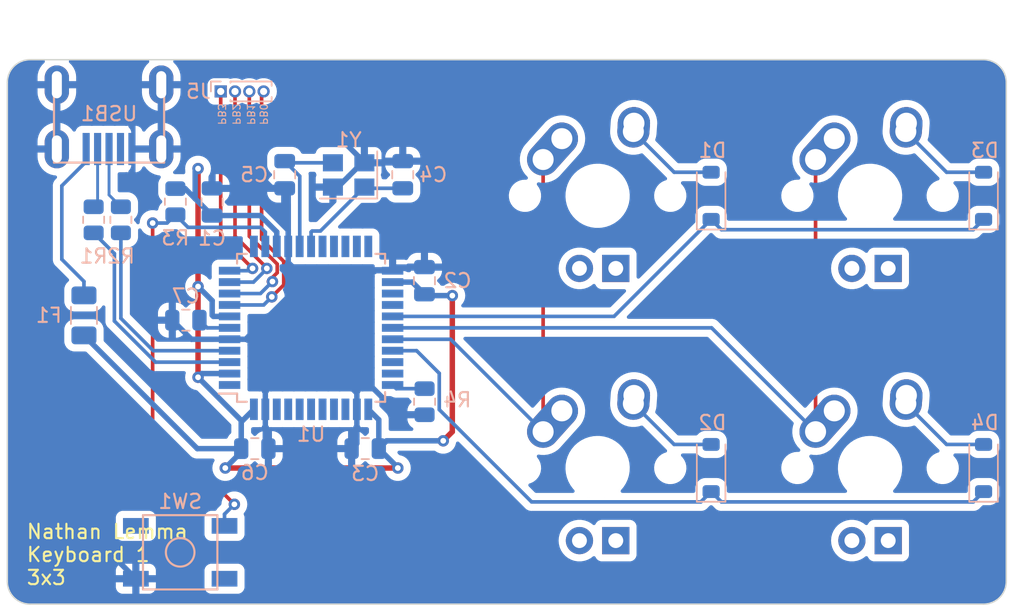
<source format=kicad_pcb>
(kicad_pcb (version 20221018) (generator pcbnew)
  (layers (0 "F.Cu" signal) (31 "B.Cu" signal) (34 "B.Paste" user) (35 "F.Paste" user) (36 "B.SilkS" user "B.Silkscreen") (37 "F.SilkS" user "F.Silkscreen") (38 "B.Mask" user) (39 "F.Mask" user) (44 "Edge.Cuts" user))
  (net 0 "")
  (net 1 "+5V")
  (net 2 "GND")
  (net 3 "Net-(U1-XTAL1)")
  (net 4 "Net-(U1-XTAL2)")
  (net 5 "Net-(U1-UCAP)")
  (net 6 "ROW0")
  (net 7 "Net-(D1-A)")
  (net 8 "ROW1")
  (net 9 "Net-(D2-A)")
  (net 10 "Net-(D3-A)")
  (net 11 "Net-(D4-A)")
  (net 12 "Net-(USB1-VBUS)")
  (net 13 "COL0")
  (net 14 "COL1")
  (net 15 "D-")
  (net 16 "Net-(U1-D-)")
  (net 17 "D+")
  (net 18 "Net-(U1-D+)")
  (net 19 "Net-(U1-~{RESET})")
  (net 20 "Net-(U1-~{HWB}{slash}PE2)")
  (net 40 "Net-(J5-Pin_1)")
  (net 41 "Net-(J5-Pin_2)")
  (net 42 "Net-(J5-Pin_3)")
  (net 43 "Net-(J5-Pin_4)")
  (footprint "MX_Alps_Hybrid:MX-1U" (layer "F.Cu") (at 97.865 57.225)
    (fp_text reference "MX3")
    (fp_text value "MX-NoLED")
    (pad "" np_thru_hole circle (at -5.08 0 48.0996) (size 1.75 1.75) (drill 1.75) (layers "*.Cu" "*.Mask"))
    (pad "" np_thru_hole circle (at 0 0) (size 3.9878 3.9878) (drill 3.9878) (layers "*.Cu" "*.Mask"))
    (pad "" np_thru_hole circle (at 5.08 0 48.0996) (size 1.75 1.75) (drill 1.75) (layers "*.Cu" "*.Mask"))
    (pad "1" thru_hole oval (at -3.81 -2.54 48.0996) (size 4.211556 2.25) (drill 1.47 (offset 0.980778 0)) (layers "*.Cu" "B.Mask") (net 14 "COL1"))
    (pad "1" thru_hole circle (at -2.5 -4) (size 2.25 2.25) (drill 1.47) (layers "*.Cu" "B.Mask") (net 14 "COL1"))
    (pad "2" thru_hole oval (at 2.5 -4.5 86.0548) (size 2.831378 2.25) (drill 1.47 (offset 0.290689 0)) (layers "*.Cu" "B.Mask") (net 10 "Net-(D3-A)"))
    (pad "2" thru_hole circle (at 2.54 -5.08) (size 2.25 2.25) (drill 1.47) (layers "*.Cu" "B.Mask") (net 10 "Net-(D3-A)"))
    (pad "3" thru_hole circle (at -1.27 5.08) (size 1.905 1.905) (drill 1.04) (layers "*.Cu" "B.Mask"))
    (pad "4" thru_hole rect (at 1.27 5.08) (size 1.905 1.905) (drill 1.04) (layers "*.Cu" "B.Mask"))
  )
  (footprint "MX_Alps_Hybrid:MX-1U" (layer "F.Cu") (at 78.815 57.225)
    (fp_text reference "MX1")
    (fp_text value "MX-NoLED")
    (pad "" np_thru_hole circle (at -5.08 0 48.0996) (size 1.75 1.75) (drill 1.75) (layers "*.Cu" "*.Mask"))
    (pad "" np_thru_hole circle (at 0 0) (size 3.9878 3.9878) (drill 3.9878) (layers "*.Cu" "*.Mask"))
    (pad "" np_thru_hole circle (at 5.08 0 48.0996) (size 1.75 1.75) (drill 1.75) (layers "*.Cu" "*.Mask"))
    (pad "1" thru_hole oval (at -3.81 -2.54 48.0996) (size 4.211556 2.25) (drill 1.47 (offset 0.980778 0)) (layers "*.Cu" "B.Mask") (net 13 "COL0"))
    (pad "1" thru_hole circle (at -2.5 -4) (size 2.25 2.25) (drill 1.47) (layers "*.Cu" "B.Mask") (net 13 "COL0"))
    (pad "2" thru_hole oval (at 2.5 -4.5 86.0548) (size 2.831378 2.25) (drill 1.47 (offset 0.290689 0)) (layers "*.Cu" "B.Mask") (net 7 "Net-(D1-A)"))
    (pad "2" thru_hole circle (at 2.54 -5.08) (size 2.25 2.25) (drill 1.47) (layers "*.Cu" "B.Mask") (net 7 "Net-(D1-A)"))
    (pad "3" thru_hole circle (at -1.27 5.08) (size 1.905 1.905) (drill 1.04) (layers "*.Cu" "B.Mask"))
    (pad "4" thru_hole rect (at 1.27 5.08) (size 1.905 1.905) (drill 1.04) (layers "*.Cu" "B.Mask"))
  )
  (footprint "MX_Alps_Hybrid:MX-1U" (layer "F.Cu") (at 78.815 76.275)
    (fp_text reference "MX2")
    (fp_text value "MX-NoLED")
    (pad "" np_thru_hole circle (at -5.08 0 48.0996) (size 1.75 1.75) (drill 1.75) (layers "*.Cu" "*.Mask"))
    (pad "" np_thru_hole circle (at 0 0) (size 3.9878 3.9878) (drill 3.9878) (layers "*.Cu" "*.Mask"))
    (pad "" np_thru_hole circle (at 5.08 0 48.0996) (size 1.75 1.75) (drill 1.75) (layers "*.Cu" "*.Mask"))
    (pad "1" thru_hole oval (at -3.81 -2.54 48.0996) (size 4.211556 2.25) (drill 1.47 (offset 0.980778 0)) (layers "*.Cu" "B.Mask") (net 13 "COL0"))
    (pad "1" thru_hole circle (at -2.5 -4) (size 2.25 2.25) (drill 1.47) (layers "*.Cu" "B.Mask") (net 13 "COL0"))
    (pad "2" thru_hole oval (at 2.5 -4.5 86.0548) (size 2.831378 2.25) (drill 1.47 (offset 0.290689 0)) (layers "*.Cu" "B.Mask") (net 9 "Net-(D2-A)"))
    (pad "2" thru_hole circle (at 2.54 -5.08) (size 2.25 2.25) (drill 1.47) (layers "*.Cu" "B.Mask") (net 9 "Net-(D2-A)"))
    (pad "3" thru_hole circle (at -1.27 5.08) (size 1.905 1.905) (drill 1.04) (layers "*.Cu" "B.Mask"))
    (pad "4" thru_hole rect (at 1.27 5.08) (size 1.905 1.905) (drill 1.04) (layers "*.Cu" "B.Mask"))
  )
  (footprint "MX_Alps_Hybrid:MX-1U" (layer "F.Cu") (at 97.865 76.275)
    (fp_text reference "MX4")
    (fp_text value "MX-NoLED")
    (pad "" np_thru_hole circle (at -5.08 0 48.0996) (size 1.75 1.75) (drill 1.75) (layers "*.Cu" "*.Mask"))
    (pad "" np_thru_hole circle (at 0 0) (size 3.9878 3.9878) (drill 3.9878) (layers "*.Cu" "*.Mask"))
    (pad "" np_thru_hole circle (at 5.08 0 48.0996) (size 1.75 1.75) (drill 1.75) (layers "*.Cu" "*.Mask"))
    (pad "1" thru_hole oval (at -3.81 -2.54 48.0996) (size 4.211556 2.25) (drill 1.47 (offset 0.980778 0)) (layers "*.Cu" "B.Mask") (net 14 "COL1"))
    (pad "1" thru_hole circle (at -2.5 -4) (size 2.25 2.25) (drill 1.47) (layers "*.Cu" "B.Mask") (net 14 "COL1"))
    (pad "2" thru_hole oval (at 2.5 -4.5 86.0548) (size 2.831378 2.25) (drill 1.47 (offset 0.290689 0)) (layers "*.Cu" "B.Mask") (net 11 "Net-(D4-A)"))
    (pad "2" thru_hole circle (at 2.54 -5.08) (size 2.25 2.25) (drill 1.47) (layers "*.Cu" "B.Mask") (net 11 "Net-(D4-A)"))
    (pad "3" thru_hole circle (at -1.27 5.08) (size 1.905 1.905) (drill 1.04) (layers "*.Cu" "B.Mask"))
    (pad "4" thru_hole rect (at 1.27 5.08) (size 1.905 1.905) (drill 1.04) (layers "*.Cu" "B.Mask"))
  )
  (footprint "random-keyboard-parts:Molex-0548190589" (layer "B.Cu") (at 44.652 49.45 -90)
    (fp_text reference "USB1" (at 2.032 0) (layer "B.SilkS") (effects (justify mirror)))
    (fp_text value "Molex-0548190589")
    (fp_line (start 0 -3.85) (end 5.45 -3.85) (stroke (width 0.15)) (layer "B.SilkS"))
    (fp_line (start 0 3.85) (end 5.45 3.85) (stroke (width 0.15)) (layer "B.SilkS"))
    (fp_line (start 5.45 3.85) (end 5.45 -3.85) (stroke (width 0.15)) (layer "B.SilkS"))
    (pad "1" smd rect (at 4.5 -1.6 270) (size 2.25 0.5) (layers "B.Cu" "B.Paste" "B.Mask") (net 2 "GND"))
    (pad "2" smd rect (at 4.5 -0.8 270) (size 2.25 0.5) (layers "B.Cu" "B.Paste" "B.Mask"))
    (pad "3" smd rect (at 4.5 0 270) (size 2.25 0.5) (layers "B.Cu" "B.Paste" "B.Mask") (net 17 "D+"))
    (pad "4" smd rect (at 4.5 0.8 270) (size 2.25 0.5) (layers "B.Cu" "B.Paste" "B.Mask") (net 15 "D-"))
    (pad "5" smd rect (at 4.5 1.6 270) (size 2.25 0.5) (layers "B.Cu" "B.Paste" "B.Mask") (net 12 "Net-(USB1-VBUS)"))
    (pad "6" thru_hole oval (at 0 -3.65 270) (size 2.7 1.7) (drill oval 1.9 0.7) (layers "*.Cu" "*.Mask") (net 2 "GND"))
    (pad "6" thru_hole oval (at 0 3.65 270) (size 2.7 1.7) (drill oval 1.9 0.7) (layers "*.Cu" "*.Mask") (net 2 "GND"))
    (pad "6" thru_hole oval (at 4.5 -3.65 270) (size 2.7 1.7) (drill oval 1.9 0.7) (layers "*.Cu" "*.Mask") (net 2 "GND"))
    (pad "6" thru_hole oval (at 4.5 3.65 270) (size 2.7 1.7) (drill oval 1.9 0.7) (layers "*.Cu" "*.Mask") (net 2 "GND"))
  )
  (footprint "Capacitor_SMD:C_0805_2012Metric" (layer "B.Cu") (at 54.844 74.9195)
    (fp_text reference "C6" (at 0 1.68) (layer "B.SilkS") (effects (justify mirror)))
    (fp_text value "10uF")
    (fp_line (start -0.261252 -0.735) (end 0.261252 -0.735) (stroke (width 0.12)) (layer "B.SilkS"))
    (fp_line (start -0.261252 0.735) (end 0.261252 0.735) (stroke (width 0.12)) (layer "B.SilkS"))
    (pad "1" smd roundrect (at -0.95 0) (size 1 1.45) (layers "B.Cu" "B.Paste" "B.Mask") (net 1 "+5V"))
    (pad "2" smd roundrect (at 0.95 0) (size 1 1.45) (layers "B.Cu" "B.Paste" "B.Mask") (net 2 "GND"))
  )
  (footprint "Resistor_SMD:R_0805_2012Metric" (layer "B.Cu") (at 45.48 58.905 -90)
    (fp_text reference "R2" (at 2.54 0 180) (layer "B.SilkS") (effects (justify mirror)))
    (fp_text value "22")
    (fp_line (start -0.227064 -0.735) (end 0.227064 -0.735) (stroke (width 0.12)) (layer "B.SilkS"))
    (fp_line (start -0.227064 0.735) (end 0.227064 0.735) (stroke (width 0.12)) (layer "B.SilkS"))
    (pad "1" smd roundrect (at -0.9125 0 270) (size 1.025 1.4) (layers "B.Cu" "B.Paste" "B.Mask") (roundrect_rratio 0.243902439) (net 17 "D+"))
    (pad "2" smd roundrect (at 0.9125 0 270) (size 1.025 1.4) (layers "B.Cu" "B.Paste" "B.Mask") (roundrect_rratio 0.243902439) (net 18 "Net-(U1-D+)"))
  )
  (footprint "Resistor_SMD:R_0805_2012Metric" (layer "B.Cu") (at 49.29 57.635 -90)
    (fp_text reference "R3" (at 2.54 0) (layer "B.SilkS") (effects (justify mirror)))
    (fp_text value "10k")
    (fp_line (start -0.227064 -0.735) (end 0.227064 -0.735) (stroke (width 0.12)) (layer "B.SilkS"))
    (fp_line (start -0.227064 0.735) (end 0.227064 0.735) (stroke (width 0.12)) (layer "B.SilkS"))
    (pad "1" smd roundrect (at -0.9125 0 270) (size 1.025 1.4) (layers "B.Cu" "B.Paste" "B.Mask") (roundrect_rratio 0.243902439) (net 1 "+5V"))
    (pad "2" smd roundrect (at 0.9125 0 270) (size 1.025 1.4) (layers "B.Cu" "B.Paste" "B.Mask") (roundrect_rratio 0.243902439) (net 19 "Net-(U1-~{RESET})"))
  )
  (footprint "Resistor_SMD:R_0805_2012Metric" (layer "B.Cu") (at 43.575 58.905 -90)
    (fp_text reference "R1" (at 2.54 0) (layer "B.SilkS") (effects (justify mirror)))
    (fp_text value "22")
    (fp_line (start -0.227064 -0.735) (end 0.227064 -0.735) (stroke (width 0.12)) (layer "B.SilkS"))
    (fp_line (start -0.227064 0.735) (end 0.227064 0.735) (stroke (width 0.12)) (layer "B.SilkS"))
    (pad "1" smd roundrect (at -0.9125 0 270) (size 1.025 1.4) (layers "B.Cu" "B.Paste" "B.Mask") (roundrect_rratio 0.243902439) (net 15 "D-"))
    (pad "2" smd roundrect (at 0.9125 0 270) (size 1.025 1.4) (layers "B.Cu" "B.Paste" "B.Mask") (roundrect_rratio 0.243902439) (net 16 "Net-(U1-D-)"))
  )
  (footprint "Diode_SMD:D_SOD-123" (layer "B.Cu") (at 105.8025 57.225 90)
    (fp_text reference "D3" (at 3.175 0.095 180) (layer "B.SilkS") (effects (justify mirror)))
    (fp_text value "D_Small")
    (fp_line (start -2.36 -1) (end 1.65 -1) (stroke (width 0.12)) (layer "B.SilkS"))
    (fp_line (start -2.36 1) (end -2.36 -1) (stroke (width 0.12)) (layer "B.SilkS"))
    (fp_line (start -2.36 1) (end 1.65 1) (stroke (width 0.12)) (layer "B.SilkS"))
    (pad "1" smd roundrect (at -1.65 0 90) (size 0.9 1.2) (layers "B.Cu" "B.Paste" "B.Mask") (net 6 "ROW0"))
    (pad "2" smd roundrect (at 1.65 0 90) (size 0.9 1.2) (layers "B.Cu" "B.Paste" "B.Mask") (net 10 "Net-(D3-A)"))
  )
  (footprint "Diode_SMD:D_SOD-123" (layer "B.Cu") (at 86.7525 57.225 90)
    (fp_text reference "D1" (at 3.175 0.095 180) (layer "B.SilkS") (effects (justify mirror)))
    (fp_text value "D_Small")
    (fp_line (start -2.36 -1) (end 1.65 -1) (stroke (width 0.12)) (layer "B.SilkS"))
    (fp_line (start -2.36 1) (end -2.36 -1) (stroke (width 0.12)) (layer "B.SilkS"))
    (fp_line (start -2.36 1) (end 1.65 1) (stroke (width 0.12)) (layer "B.SilkS"))
    (pad "1" smd roundrect (at -1.65 0 90) (size 0.9 1.2) (layers "B.Cu" "B.Paste" "B.Mask") (net 6 "ROW0"))
    (pad "2" smd roundrect (at 1.65 0 90) (size 0.9 1.2) (layers "B.Cu" "B.Paste" "B.Mask") (net 7 "Net-(D1-A)"))
  )
  (footprint "Capacitor_SMD:C_0805_2012Metric" (layer "B.Cu") (at 50.02375 65.928 180)
    (fp_text reference "C7" (at 0 1.68) (layer "B.SilkS") (effects (justify mirror)))
    (fp_text value "1uF")
    (fp_line (start -0.261252 -0.735) (end 0.261252 -0.735) (stroke (width 0.12)) (layer "B.SilkS"))
    (fp_line (start -0.261252 0.735) (end 0.261252 0.735) (stroke (width 0.12)) (layer "B.SilkS"))
    (pad "1" smd roundrect (at -0.95 0 180) (size 1 1.45) (layers "B.Cu" "B.Paste" "B.Mask") (net 5 "Net-(U1-UCAP)"))
    (pad "2" smd roundrect (at 0.95 0 180) (size 1 1.45) (layers "B.Cu" "B.Paste" "B.Mask") (net 2 "GND"))
  )
  (footprint "Capacitor_SMD:C_0805_2012Metric" (layer "B.Cu") (at 66.706 63.16525 90)
    (fp_text reference "C2" (at 0 2.315 180) (layer "B.SilkS") (effects (justify mirror)))
    (fp_text value ".1uF")
    (fp_line (start -0.261252 -0.735) (end 0.261252 -0.735) (stroke (width 0.12)) (layer "B.SilkS"))
    (fp_line (start -0.261252 0.735) (end 0.261252 0.735) (stroke (width 0.12)) (layer "B.SilkS"))
    (pad "1" smd roundrect (at -0.95 0 90) (size 1 1.45) (layers "B.Cu" "B.Paste" "B.Mask") (net 1 "+5V"))
    (pad "2" smd roundrect (at 0.95 0 90) (size 1 1.45) (layers "B.Cu" "B.Paste" "B.Mask") (net 2 "GND"))
  )
  (footprint "Capacitor_SMD:C_0805_2012Metric" (layer "B.Cu") (at 65.19 55.75 -90)
    (fp_text reference "C4" (at 0 -2.13 -180) (layer "B.SilkS") (effects (justify mirror)))
    (fp_text value "22pF")
    (fp_line (start -0.261252 -0.735) (end 0.261252 -0.735) (stroke (width 0.12)) (layer "B.SilkS"))
    (fp_line (start -0.261252 0.735) (end 0.261252 0.735) (stroke (width 0.12)) (layer "B.SilkS"))
    (pad "1" smd roundrect (at -0.95 0 270) (size 1 1.45) (layers "B.Cu" "B.Paste" "B.Mask") (net 2 "GND"))
    (pad "2" smd roundrect (at 0.95 0 270) (size 1 1.45) (layers "B.Cu" "B.Paste" "B.Mask") (net 3 "Net-(U1-XTAL1)"))
  )
  (footprint "Crystal:Crystal_SMD_3225-4Pin_3.2x2.5mm" (layer "B.Cu") (at 61.405368 55.765268 180)
    (fp_text reference "Y1" (at 0 2.45) (layer "B.SilkS") (effects (justify mirror)))
    (fp_text value "16MHz")
    (fp_line (start -2 -1.65) (end 2 -1.65) (stroke (width 0.12)) (layer "B.SilkS"))
    (fp_line (start -2 1.65) (end -2 -1.65) (stroke (width 0.12)) (layer "B.SilkS"))
    (pad "1" smd rect (at -1.1 -0.85 180) (size 1.4 1.2) (layers "B.Cu" "B.Paste" "B.Mask") (net 3 "Net-(U1-XTAL1)"))
    (pad "2" smd rect (at 1.1 -0.85 180) (size 1.4 1.2) (layers "B.Cu" "B.Paste" "B.Mask") (net 2 "GND"))
    (pad "3" smd rect (at 1.1 0.85 180) (size 1.4 1.2) (layers "B.Cu" "B.Paste" "B.Mask") (net 4 "Net-(U1-XTAL2)"))
    (pad "4" smd rect (at -1.1 0.85 180) (size 1.4 1.2) (layers "B.Cu" "B.Paste" "B.Mask") (net 2 "GND"))
  )
  (footprint "Package_QFP:TQFP-44_10x10mm_P0.8mm" (layer "B.Cu") (at 58.78 66.465)
    (fp_text reference "U1" (at 0 7.45) (layer "B.SilkS") (effects (justify mirror)))
    (fp_text value "ATmega32U4-A")
    (fp_line (start -5.175 -5.175) (end -5.175 -4.5) (stroke (width 0.15)) (layer "B.SilkS"))
    (fp_line (start -5.175 -5.175) (end -4.5 -5.175) (stroke (width 0.15)) (layer "B.SilkS"))
    (fp_line (start -5.175 4.6) (end -6.45 4.6) (stroke (width 0.15)) (layer "B.SilkS"))
    (fp_line (start -5.175 5.175) (end -5.175 4.6) (stroke (width 0.15)) (layer "B.SilkS"))
    (fp_line (start -5.175 5.175) (end -4.5 5.175) (stroke (width 0.15)) (layer "B.SilkS"))
    (fp_line (start 5.175 -5.175) (end 4.5 -5.175) (stroke (width 0.15)) (layer "B.SilkS"))
    (fp_line (start 5.175 -5.175) (end 5.175 -4.5) (stroke (width 0.15)) (layer "B.SilkS"))
    (fp_line (start 5.175 5.175) (end 4.5 5.175) (stroke (width 0.15)) (layer "B.SilkS"))
    (fp_line (start 5.175 5.175) (end 5.175 4.5) (stroke (width 0.15)) (layer "B.SilkS"))
    (pad "1" smd rect (at -5.7 4) (size 1.5 0.55) (layers "B.Cu" "B.Paste" "B.Mask"))
    (pad "2" smd rect (at -5.7 3.2) (size 1.5 0.55) (layers "B.Cu" "B.Paste" "B.Mask") (net 1 "+5V"))
    (pad "3" smd rect (at -5.7 2.4) (size 1.5 0.55) (layers "B.Cu" "B.Paste" "B.Mask") (net 16 "Net-(U1-D-)"))
    (pad "4" smd rect (at -5.7 1.6) (size 1.5 0.55) (layers "B.Cu" "B.Paste" "B.Mask") (net 18 "Net-(U1-D+)"))
    (pad "5" smd rect (at -5.7 0.8) (size 1.5 0.55) (layers "B.Cu" "B.Paste" "B.Mask") (net 2 "GND"))
    (pad "6" smd rect (at -5.7 0) (size 1.5 0.55) (layers "B.Cu" "B.Paste" "B.Mask") (net 5 "Net-(U1-UCAP)"))
    (pad "7" smd rect (at -5.7 -0.8) (size 1.5 0.55) (layers "B.Cu" "B.Paste" "B.Mask") (net 1 "+5V"))
    (pad "8" smd rect (at -5.7 -1.6) (size 1.5 0.55) (layers "B.Cu" "B.Paste" "B.Mask") (net 43 "Net-(J5-Pin_4)"))
    (pad "9" smd rect (at -5.7 -2.4) (size 1.5 0.55) (layers "B.Cu" "B.Paste" "B.Mask") (net 42 "Net-(J5-Pin_3)"))
    (pad "10" smd rect (at -5.7 -3.2) (size 1.5 0.55) (layers "B.Cu" "B.Paste" "B.Mask") (net 41 "Net-(J5-Pin_2)"))
    (pad "11" smd rect (at -5.7 -4) (size 1.5 0.55) (layers "B.Cu" "B.Paste" "B.Mask") (net 40 "Net-(J5-Pin_1)"))
    (pad "12" smd rect (at -4 -5.7 270) (size 1.5 0.55) (layers "B.Cu" "B.Paste" "B.Mask"))
    (pad "13" smd rect (at -3.2 -5.7 270) (size 1.5 0.55) (layers "B.Cu" "B.Paste" "B.Mask") (net 19 "Net-(U1-~{RESET})"))
    (pad "14" smd rect (at -2.4 -5.7 270) (size 1.5 0.55) (layers "B.Cu" "B.Paste" "B.Mask") (net 1 "+5V"))
    (pad "15" smd rect (at -1.6 -5.7 270) (size 1.5 0.55) (layers "B.Cu" "B.Paste" "B.Mask") (net 2 "GND"))
    (pad "16" smd rect (at -0.8 -5.7 270) (size 1.5 0.55) (layers "B.Cu" "B.Paste" "B.Mask") (net 4 "Net-(U1-XTAL2)"))
    (pad "17" smd rect (at 0 -5.7 270) (size 1.5 0.55) (layers "B.Cu" "B.Paste" "B.Mask") (net 3 "Net-(U1-XTAL1)"))
    (pad "18" smd rect (at 0.8 -5.7 270) (size 1.5 0.55) (layers "B.Cu" "B.Paste" "B.Mask"))
    (pad "19" smd rect (at 1.6 -5.7 270) (size 1.5 0.55) (layers "B.Cu" "B.Paste" "B.Mask"))
    (pad "20" smd rect (at 2.4 -5.7 270) (size 1.5 0.55) (layers "B.Cu" "B.Paste" "B.Mask"))
    (pad "21" smd rect (at 3.2 -5.7 270) (size 1.5 0.55) (layers "B.Cu" "B.Paste" "B.Mask"))
    (pad "22" smd rect (at 4 -5.7 270) (size 1.5 0.55) (layers "B.Cu" "B.Paste" "B.Mask"))
    (pad "23" smd rect (at 5.7 -4) (size 1.5 0.55) (layers "B.Cu" "B.Paste" "B.Mask") (net 2 "GND"))
    (pad "24" smd rect (at 5.7 -3.2) (size 1.5 0.55) (layers "B.Cu" "B.Paste" "B.Mask") (net 1 "+5V"))
    (pad "25" smd rect (at 5.7 -2.4) (size 1.5 0.55) (layers "B.Cu" "B.Paste" "B.Mask"))
    (pad "26" smd rect (at 5.7 -1.6) (size 1.5 0.55) (layers "B.Cu" "B.Paste" "B.Mask"))
    (pad "27" smd rect (at 5.7 -0.8) (size 1.5 0.55) (layers "B.Cu" "B.Paste" "B.Mask") (net 6 "ROW0"))
    (pad "28" smd rect (at 5.7 0) (size 1.5 0.55) (layers "B.Cu" "B.Paste" "B.Mask") (net 14 "COL1"))
    (pad "29" smd rect (at 5.7 0.8) (size 1.5 0.55) (layers "B.Cu" "B.Paste" "B.Mask") (net 13 "COL0"))
    (pad "30" smd rect (at 5.7 1.6) (size 1.5 0.55) (layers "B.Cu" "B.Paste" "B.Mask") (net 8 "ROW1"))
    (pad "31" smd rect (at 5.7 2.4) (size 1.5 0.55) (layers "B.Cu" "B.Paste" "B.Mask"))
    (pad "32" smd rect (at 5.7 3.2) (size 1.5 0.55) (layers "B.Cu" "B.Paste" "B.Mask"))
    (pad "33" smd rect (at 5.7 4) (size 1.5 0.55) (layers "B.Cu" "B.Paste" "B.Mask") (net 20 "Net-(U1-~{HWB}{slash}PE2)"))
    (pad "34" smd rect (at 4 5.7 270) (size 1.5 0.55) (layers "B.Cu" "B.Paste" "B.Mask") (net 1 "+5V"))
    (pad "35" smd rect (at 3.2 5.7 270) (size 1.5 0.55) (layers "B.Cu" "B.Paste" "B.Mask") (net 2 "GND"))
    (pad "36" smd rect (at 2.4 5.7 270) (size 1.5 0.55) (layers "B.Cu" "B.Paste" "B.Mask"))
    (pad "37" smd rect (at 1.6 5.7 270) (size 1.5 0.55) (layers "B.Cu" "B.Paste" "B.Mask"))
    (pad "38" smd rect (at 0.8 5.7 270) (size 1.5 0.55) (layers "B.Cu" "B.Paste" "B.Mask"))
    (pad "39" smd rect (at 0 5.7 270) (size 1.5 0.55) (layers "B.Cu" "B.Paste" "B.Mask"))
    (pad "40" smd rect (at -0.8 5.7 270) (size 1.5 0.55) (layers "B.Cu" "B.Paste" "B.Mask"))
    (pad "41" smd rect (at -1.6 5.7 270) (size 1.5 0.55) (layers "B.Cu" "B.Paste" "B.Mask"))
    (pad "42" smd rect (at -2.4 5.7 270) (size 1.5 0.55) (layers "B.Cu" "B.Paste" "B.Mask"))
    (pad "43" smd rect (at -3.2 5.7 270) (size 1.5 0.55) (layers "B.Cu" "B.Paste" "B.Mask") (net 2 "GND"))
    (pad "44" smd rect (at -4 5.7 270) (size 1.5 0.55) (layers "B.Cu" "B.Paste" "B.Mask") (net 1 "+5V"))
  )
  (footprint "Capacitor_SMD:C_0805_2012Metric" (layer "B.Cu") (at 62.565 74.91525 180)
    (fp_text reference "C3" (at 0 -1.749) (layer "B.SilkS") (effects (justify mirror)))
    (fp_text value ".1uF")
    (fp_line (start -0.261252 -0.735) (end 0.261252 -0.735) (stroke (width 0.12)) (layer "B.SilkS"))
    (fp_line (start -0.261252 0.735) (end 0.261252 0.735) (stroke (width 0.12)) (layer "B.SilkS"))
    (pad "1" smd roundrect (at -0.95 0 180) (size 1 1.45) (layers "B.Cu" "B.Paste" "B.Mask") (net 1 "+5V"))
    (pad "2" smd roundrect (at 0.95 0 180) (size 1 1.45) (layers "B.Cu" "B.Paste" "B.Mask") (net 2 "GND"))
  )
  (footprint "Resistor_SMD:R_0805_2012Metric" (layer "B.Cu") (at 66.71575 71.634 -90)
    (fp_text reference "R4" (at -0.127 -2.287 -180) (layer "B.SilkS") (effects (justify mirror)))
    (fp_text value "10k")
    (fp_line (start -0.227064 -0.735) (end 0.227064 -0.735) (stroke (width 0.12)) (layer "B.SilkS"))
    (fp_line (start -0.227064 0.735) (end 0.227064 0.735) (stroke (width 0.12)) (layer "B.SilkS"))
    (pad "1" smd roundrect (at -0.9125 0 270) (size 1.025 1.4) (layers "B.Cu" "B.Paste" "B.Mask") (roundrect_rratio 0.243902439) (net 20 "Net-(U1-~{HWB}{slash}PE2)"))
    (pad "2" smd roundrect (at 0.9125 0 270) (size 1.025 1.4) (layers "B.Cu" "B.Paste" "B.Mask") (roundrect_rratio 0.243902439) (net 2 "GND"))
  )
  (footprint "Connector_PinHeader_1.00mm:PinHeader_1x04_P1.00mm_Vertical" (layer "B.Cu") (at 52.46 49.92 -90)
    (fp_text reference "J5" (at 0 1.56 -180) (layer "B.SilkS") (effects (justify mirror)))
    (fp_text value "Conn_01x04_Pin")
    (fp_line (start -0.695 -3.56) (end -0.394493 -3.56) (stroke (width 0.12)) (layer "B.SilkS"))
    (fp_line (start -0.695 -0.685) (end -0.695 -3.56) (stroke (width 0.12)) (layer "B.SilkS"))
    (fp_line (start -0.695 -0.685) (end -0.608276 -0.685) (stroke (width 0.12)) (layer "B.SilkS"))
    (fp_line (start -0.695 0) (end -0.695 0.685) (stroke (width 0.12)) (layer "B.SilkS"))
    (fp_line (start -0.695 0.685) (end 0 0.685) (stroke (width 0.12)) (layer "B.SilkS"))
    (fp_line (start 0.394493 -3.56) (end 0.695 -3.56) (stroke (width 0.12)) (layer "B.SilkS"))
    (fp_line (start 0.608276 -0.685) (end 0.695 -0.685) (stroke (width 0.12)) (layer "B.SilkS"))
    (fp_line (start 0.695 -0.685) (end 0.695 -3.56) (stroke (width 0.12)) (layer "B.SilkS"))
    (pad "1" thru_hole rect (at 0 0 270) (size 0.85 0.85) (drill 0.5) (layers "*.Cu" "*.Mask") (net 40 "Net-(J5-Pin_1)"))
    (pad "2" thru_hole oval (at 0 -1 270) (size 0.85 0.85) (drill 0.5) (layers "*.Cu" "*.Mask") (net 41 "Net-(J5-Pin_2)"))
    (pad "3" thru_hole oval (at 0 -2 270) (size 0.85 0.85) (drill 0.5) (layers "*.Cu" "*.Mask") (net 42 "Net-(J5-Pin_3)"))
    (pad "4" thru_hole oval (at 0 -3 270) (size 0.85 0.85) (drill 0.5) (layers "*.Cu" "*.Mask") (net 43 "Net-(J5-Pin_4)"))
  )
  (footprint "Diode_SMD:D_SOD-123" (layer "B.Cu") (at 105.8025 76.275 90)
    (fp_text reference "D4" (at 3.175 0.095 180) (layer "B.SilkS") (effects (justify mirror)))
    (fp_text value "D_Small")
    (fp_line (start -2.36 -1) (end 1.65 -1) (stroke (width 0.12)) (layer "B.SilkS"))
    (fp_line (start -2.36 1) (end -2.36 -1) (stroke (width 0.12)) (layer "B.SilkS"))
    (fp_line (start -2.36 1) (end 1.65 1) (stroke (width 0.12)) (layer "B.SilkS"))
    (pad "1" smd roundrect (at -1.65 0 90) (size 0.9 1.2) (layers "B.Cu" "B.Paste" "B.Mask") (net 8 "ROW1"))
    (pad "2" smd roundrect (at 1.65 0 90) (size 0.9 1.2) (layers "B.Cu" "B.Paste" "B.Mask") (net 11 "Net-(D4-A)"))
  )
  (footprint "random-keyboard-parts:SKQG-1155865" (layer "B.Cu") (at 49.62644 82.17325 180)
    (fp_text reference "SW1" (at 0 3.556) (layer "B.SilkS") (effects (justify mirror)))
    (fp_text value "SW_Push")
    (fp_line (start -2.6 -2.6) (end -2.6 2.6) (stroke (width 0.15)) (layer "B.SilkS"))
    (fp_line (start -2.6 2.6) (end 2.6 2.6) (stroke (width 0.15)) (layer "B.SilkS"))
    (fp_line (start 2.6 -2.6) (end -2.6 -2.6) (stroke (width 0.15)) (layer "B.SilkS"))
    (fp_line (start 2.6 2.6) (end 2.6 -2.6) (stroke (width 0.15)) (layer "B.SilkS"))
    (fp_circle (center 0 0) (end 1 0) (stroke (width 0.15)) (fill none) (layer "B.SilkS"))
    (pad "1" smd rect (at 3.1 -1.85 180) (size 1.8 1.1) (layers "B.Cu" "B.Paste" "B.Mask") (net 2 "GND"))
    (pad "2" smd rect (at -3.1 1.85 180) (size 1.8 1.1) (layers "B.Cu" "B.Paste" "B.Mask") (net 19 "Net-(U1-~{RESET})"))
    (pad "3" smd rect (at 3.1 1.85 180) (size 1.8 1.1) (layers "B.Cu" "B.Paste" "B.Mask"))
    (pad "4" smd rect (at -3.1 -1.85 180) (size 1.8 1.1) (layers "B.Cu" "B.Paste" "B.Mask"))
  )
  (footprint "Capacitor_SMD:C_0805_2012Metric" (layer "B.Cu") (at 51.855 57.655 90)
    (fp_text reference "C1" (at -2.54 0 180) (layer "B.SilkS") (effects (justify mirror)))
    (fp_text value ".1uF")
    (fp_line (start -0.261252 -0.735) (end 0.261252 -0.735) (stroke (width 0.12)) (layer "B.SilkS"))
    (fp_line (start -0.261252 0.735) (end 0.261252 0.735) (stroke (width 0.12)) (layer "B.SilkS"))
    (pad "1" smd roundrect (at -0.95 0 90) (size 1 1.45) (layers "B.Cu" "B.Paste" "B.Mask") (net 1 "+5V"))
    (pad "2" smd roundrect (at 0.95 0 90) (size 1 1.45) (layers "B.Cu" "B.Paste" "B.Mask") (net 2 "GND"))
  )
  (footprint "Fuse:Fuse_1206_3216Metric" (layer "B.Cu") (at 42.89694 65.59375 -90)
    (fp_text reference "F1" (at 0 2.455 -180) (layer "B.SilkS") (effects (justify mirror)))
    (fp_text value "500mA")
    (fp_line (start -0.602064 -0.91) (end 0.602064 -0.91) (stroke (width 0.12)) (layer "B.SilkS"))
    (fp_line (start -0.602064 0.91) (end 0.602064 0.91) (stroke (width 0.12)) (layer "B.SilkS"))
    (pad "1" smd roundrect (at -1.4 0 270) (size 1.25 1.75) (layers "B.Cu" "B.Paste" "B.Mask") (roundrect_rratio 0.2) (net 12 "Net-(USB1-VBUS)"))
    (pad "2" smd roundrect (at 1.4 0 270) (size 1.25 1.75) (layers "B.Cu" "B.Paste" "B.Mask") (roundrect_rratio 0.2) (net 1 "+5V"))
  )
  (footprint "Diode_SMD:D_SOD-123" (layer "B.Cu") (at 86.7525 76.275 90)
    (fp_text reference "D2" (at 3.175 0.095 180) (layer "B.SilkS") (effects (justify mirror)))
    (fp_text value "D_Small")
    (fp_line (start -2.36 -1) (end 1.65 -1) (stroke (width 0.12)) (layer "B.SilkS"))
    (fp_line (start -2.36 1) (end -2.36 -1) (stroke (width 0.12)) (layer "B.SilkS"))
    (fp_line (start -2.36 1) (end 1.65 1) (stroke (width 0.12)) (layer "B.SilkS"))
    (pad "1" smd roundrect (at -1.65 0 90) (size 0.9 1.2) (layers "B.Cu" "B.Paste" "B.Mask") (net 8 "ROW1"))
    (pad "2" smd roundrect (at 1.65 0 90) (size 0.9 1.2) (layers "B.Cu" "B.Paste" "B.Mask") (net 9 "Net-(D2-A)"))
  )
  (footprint "Capacitor_SMD:C_0805_2012Metric" (layer "B.Cu") (at 56.935 55.75 90)
    (fp_text reference "C5" (at 0 -2.13 180) (layer "B.SilkS") (effects (justify mirror)))
    (fp_text value "22pF")
    (fp_line (start -0.261252 -0.735) (end 0.261252 -0.735) (stroke (width 0.12)) (layer "B.SilkS"))
    (fp_line (start -0.261252 0.735) (end 0.261252 0.735) (stroke (width 0.12)) (layer "B.SilkS"))
    (pad "1" smd roundrect (at -0.95 0 90) (size 1 1.45) (layers "B.Cu" "B.Paste" "B.Mask") (net 2 "GND"))
    (pad "2" smd roundrect (at 0.95 0 90) (size 1 1.45) (layers "B.Cu" "B.Paste" "B.Mask") (net 4 "Net-(U1-XTAL2)"))
  )
  (gr_arc (start 39.1275 85.8) (mid 38.004968 85.335032) (end 37.54 84.2125) (stroke (width 0.1)) (layer "Edge.Cuts"))
  (gr_arc (start 37.54 49.2875) (mid 38.004968 48.164968) (end 39.1275 47.7) (stroke (width 0.1)) (layer "Edge.Cuts"))
  (gr_arc (start 105.8025 47.7) (mid 106.925032 48.164968) (end 107.39 49.2875) (stroke (width 0.1)) (layer "Edge.Cuts"))
  (gr_line (start 107.39 84.2125) (end 107.39 49.2875) (stroke (width 0.1)) (layer "Edge.Cuts"))
  (gr_line (start 37.54 49.2875) (end 37.54 84.2125) (stroke (width 0.1)) (layer "Edge.Cuts"))
  (gr_arc (start 107.39 84.2125) (mid 106.925032 85.335032) (end 105.8025 85.8) (stroke (width 0.1)) (layer "Edge.Cuts"))
  (gr_line (start 39.1275 85.8) (end 105.8025 85.8) (stroke (width 0.1)) (layer "Edge.Cuts"))
  (gr_line (start 105.8025 47.7) (end 39.1275 47.7) (stroke (width 0.1)) (layer "Edge.Cuts"))
  (gr_text "PB0" (at 55.447 51.51 -90) (layer "B.SilkS") (effects (font (size 0.508 0.508) (thickness 0.0762)) (justify mirror)))
  (gr_text "PB1" (at 54.558 51.51 270) (layer "B.SilkS") (effects (font (size 0.508 0.508) (thickness 0.0762)) (justify mirror)))
  (gr_text "PB2" (at 53.542 51.51 270) (layer "B.SilkS") (effects (font (size 0.508 0.508) (thickness 0.0762)) (justify mirror)))
  (gr_text "PB3" (at 52.526 51.51 270) (layer "B.SilkS") (effects (font (size 0.508 0.508) (thickness 0.0762)) (justify mirror)))
  (gr_text "Nathan Lemma\nKeyboard 1\n3x3" (at 38.81 84.53) (layer "F.SilkS") (effects (font (size 1 1)) (justify left bottom)))
  (segment (start 50.875 63.575) (end 50.875 55.32) (width 0.381) (layer "F.Cu") (net 1))
  (segment (start 50.875 69.925) (end 50.875 63.575) (width 0.381) (layer "F.Cu") (net 1))
  (segment (start 68.655 73.735) (end 68.655 64.21) (width 0.381) (layer "F.Cu") (net 1))
  (segment (start 52.78 76.275) (end 64.845 76.275) (width 0.381) (layer "F.Cu") (net 1))
  (segment (start 68.02 74.37) (end 68.655 73.735) (width 0.381) (layer "F.Cu") (net 1))
  (via (at 50.875 63.575) (size 0.8) (drill 0.4) (layers "F.Cu" "B.Cu") (net 1))
  (via (at 50.875 69.925) (size 0.8) (drill 0.4) (layers "F.Cu" "B.Cu") (net 1))
  (via (at 68.02 74.37) (size 0.8) (drill 0.4) (layers "F.Cu" "B.Cu") (net 1))
  (via (at 68.655 64.21) (size 0.8) (drill 0.4) (layers "F.Cu" "B.Cu") (net 1))
  (via (at 64.845 76.275) (size 0.8) (drill 0.4) (layers "F.Cu" "B.Cu") (net 1))
  (via (at 52.78 76.275) (size 0.8) (drill 0.4) (layers "F.Cu" "B.Cu") (net 1))
  (via (at 50.875 55.32) (size 0.8) (drill 0.4) (layers "F.Cu" "B.Cu") (net 1))
  (segment (start 51.855 58.605) (end 55.226 58.605) (width 0.381) (layer "B.Cu") (net 1))
  (segment (start 49.9725 56.7225) (end 50.675 57.425) (width 0.381) (layer "B.Cu") (net 1))
  (segment (start 51.86425 64.56425) (end 50.875 63.575) (width 0.381) (layer "B.Cu") (net 1))
  (segment (start 66.80075 64.21) (end 66.706 64.11525) (width 0.381) (layer "B.Cu") (net 1))
  (segment (start 53.894 72.944) (end 50.875 69.925) (width 0.381) (layer "B.Cu") (net 1))
  (segment (start 64.06025 74.37) (end 68.02 74.37) (width 0.381) (layer "B.Cu") (net 1))
  (segment (start 53.894 75.161) (end 52.78 76.275) (width 0.381) (layer "B.Cu") (net 1))
  (segment (start 53.894 74.9195) (end 53.894 75.161) (width 0.381) (layer "B.Cu") (net 1))
  (segment (start 68.655 64.21) (end 66.80075 64.21) (width 0.381) (layer "B.Cu") (net 1))
  (segment (start 50.675 55.52) (end 50.675 57.425) (width 0.381) (layer "B.Cu") (net 1))
  (segment (start 64.845 76.275) (end 64.845 76.24525) (width 0.381) (layer "B.Cu") (net 1))
  (segment (start 53.08 65.665) (end 51.949 65.665) (width 0.381) (layer "B.Cu") (net 1))
  (segment (start 50.82269 74.9195) (end 53.894 74.9195) (width 0.381) (layer "B.Cu") (net 1))
  (segment (start 63.515 74.91525) (end 63.515 72.9) (width 0.381) (layer "B.Cu") (net 1))
  (segment (start 55.226 58.605) (end 56.38 59.759) (width 0.381) (layer "B.Cu") (net 1))
  (segment (start 49.925 56.7225) (end 49.9725 56.7225) (width 0.381) (layer "B.Cu") (net 1))
  (segment (start 53.08 69.665) (end 51.135 69.665) (width 0.381) (layer "B.Cu") (net 1))
  (segment (start 66.706 64.11525) (end 65.85575 63.265) (width 0.381) (layer "B.Cu") (net 1))
  (segment (start 51.135 69.665) (end 50.875 69.925) (width 0.381) (layer "B.Cu") (net 1))
  (segment (start 42.89694 66.99375) (end 50.82269 74.9195) (width 0.381) (layer "B.Cu") (net 1))
  (segment (start 53.894 74.9195) (end 53.894 72.944) (width 0.381) (layer "B.Cu") (net 1))
  (segment (start 65.85575 63.265) (end 64.48 63.265) (width 0.381) (layer "B.Cu") (net 1))
  (segment (start 63.515 72.9) (end 62.78 72.165) (width 0.381) (layer "B.Cu") (net 1))
  (segment (start 51.86425 65.58025) (end 51.86425 64.56425) (width 0.381) (layer "B.Cu") (net 1))
  (segment (start 50.675 57.425) (end 51.855 58.605) (width 0.381) (layer "B.Cu") (net 1))
  (segment (start 56.38 59.759) (end 56.38 60.765) (width 0.381) (layer "B.Cu") (net 1))
  (segment (start 53.894 74.9195) (end 53.894 73.051) (width 0.381) (layer "B.Cu") (net 1))
  (segment (start 51.949 65.665) (end 51.86425 65.58025) (width 0.381) (layer "B.Cu") (net 1))
  (segment (start 64.845 76.24525) (end 63.515 74.91525) (width 0.381) (layer "B.Cu") (net 1))
  (segment (start 50.875 55.32) (end 50.675 55.52) (width 0.381) (layer "B.Cu") (net 1))
  (segment (start 63.515 74.91525) (end 64.06025 74.37) (width 0.381) (layer "B.Cu") (net 1))
  (segment (start 53.894 73.051) (end 54.78 72.165) (width 0.381) (layer "B.Cu") (net 1))
  (segment (start 45.795 77.545) (end 55.32 77.545) (width 0.381) (layer "B.Cu") (net 2))
  (segment (start 66.706 62.21525) (end 64.72975 62.21525) (width 0.381) (layer "B.Cu") (net 2))
  (segment (start 61.410844 55.853871) (end 62.349447 54.915268) (width 0.381) (layer "B.Cu") (net 2))
  (segment (start 54.211 67.265) (end 54.388 67.088) (width 0.381) (layer "B.Cu") (net 2))
  (segment (start 64.72975 62.21525) (end 64.48 62.465) (width 0.381) (layer "B.Cu") (net 2))
  (segment (start 59.226 68.28) (end 55.58 68.28) (width 0.381) (layer "B.Cu") (net 2))
  (segment (start 53.08 67.265) (end 54.211 67.265) (width 0.381) (layer "B.Cu") (net 2))
  (segment (start 49.07375 65.928) (end 50.41075 67.265) (width 0.381) (layer "B.Cu") (net 2))
  (segment (start 43.255 80.085) (end 45.795 77.545) (width 0.381) (layer "B.Cu") (net 2))
  (segment (start 61.035 53.415) (end 55.955 53.415) (width 0.381) (layer "B.Cu") (net 2))
  (segment (start 57.749 63.727) (end 57.749 62.465) (width 0.381) (layer "B.Cu") (net 2))
  (segment (start 54.251 56.705) (end 57.18 59.634) (width 0.381) (layer "B.Cu") (net 2))
  (segment (start 54.388 67.088) (end 57.749 63.727) (width 0.381) (layer "B.Cu") (net 2))
  (segment (start 55.794 77.071) (end 55.794 74.9195) (width 0.381) (layer "B.Cu") (net 2))
  (segment (start 57.18 61.896) (end 57.749 62.465) (width 0.381) (layer "B.Cu") (net 2))
  (segment (start 55.32 54.05) (end 55.32 55.955) (width 0.381) (layer "B.Cu") (net 2))
  (segment (start 61.98 71.034) (end 61.2705 70.3245) (width 0.381) (layer "B.Cu") (net 2))
  (segment (start 57.749 62.465) (end 64.48 62.465) (width 0.381) (layer "B.Cu") (net 2))
  (segment (start 62.505368 54.885368) (end 61.035 53.415) (width 0.381) (layer "B.Cu") (net 2))
  (segment (start 43.255 80.75181) (end 43.255 80.085) (width 0.381) (layer "B.Cu") (net 2))
  (segment (start 61.2705 70.3245) (end 59.226 68.28) (width 0.381) (layer "B.Cu") (net 2))
  (segment (start 57.18 59.634) (end 57.18 60.765) (width 0.381) (layer "B.Cu") (net 2))
  (segment (start 46.52644 84.02325) (end 43.255 80.75181) (width 0.381) (layer "B.Cu") (net 2))
  (segment (start 62.349447 54.915268) (end 62.505368 54.915268) (width 0.381) (layer "B.Cu") (net 2))
  (segment (start 66.71575 72.5465) (end 64.9675 72.5465) (width 0.381) (layer "B.Cu") (net 2))
  (segment (start 50.41075 67.265) (end 53.08 67.265) (width 0.381) (layer "B.Cu") (net 2))
  (segment (start 60.305368 56.615268) (end 60.650856 56.615268) (width 0.381) (layer "B.Cu") (net 2))
  (segment (start 61.98 72.165) (end 61.98 71.034) (width 0.381) (layer "B.Cu") (net 2))
  (segment (start 55.32 77.545) (end 55.794 77.071) (width 0.381) (layer "B.Cu") (net 2))
  (segment (start 61.615 74.91525) (end 61.98 74.55025) (width 0.381) (layer "B.Cu") (net 2))
  (segment (start 57.019732 56.615268) (end 56.935 56.7) (width 0.381) (layer "B.Cu") (net 2))
  (segment (start 51.855 56.705) (end 54.251 56.705) (width 0.381) (layer "B.Cu") (net 2))
  (segment (start 57.18 60.765) (end 57.18 56.945) (width 0.381) (layer "B.Cu") (net 2))
  (segment (start 61.98 74.55025) (end 61.98 72.165) (width 0.381) (layer "B.Cu") (net 2))
  (segment (start 61.410844 55.85528) (end 61.410844 55.853871) (width 0.381) (layer "B.Cu") (net 2))
  (segment (start 60.650856 56.615268) (end 61.410844 55.85528) (width 0.381) (layer "B.Cu") (net 2))
  (segment (start 55.955 53.415) (end 55.32 54.05) (width 0.381) (layer "B.Cu") (net 2))
  (segment (start 57.18 60.765) (end 57.18 61.896) (width 0.381) (layer "B.Cu") (net 2))
  (segment (start 55.794 74.9195) (end 55.58 74.7055) (width 0.381) (layer "B.Cu") (net 2))
  (segment (start 62.7455 70.3245) (end 61.2705 70.3245) (width 0.381) (layer "B.Cu") (net 2))
  (segment (start 55.58 74.7055) (end 55.58 72.165) (width 0.381) (layer "B.Cu") (net 2))
  (segment (start 55.58 68.28) (end 54.388 67.088) (width 0.381) (layer "B.Cu") (net 2))
  (segment (start 57.18 56.945) (end 56.935 56.7) (width 0.381) (layer "B.Cu") (net 2))
  (segment (start 55.58 72.165) (end 55.58 68.28) (width 0.381) (layer "B.Cu") (net 2))
  (segment (start 62.505368 54.915268) (end 65.074732 54.915268) (width 0.381) (layer "B.Cu") (net 2))
  (segment (start 56.065 56.7) (end 56.935 56.7) (width 0.381) (layer "B.Cu") (net 2))
  (segment (start 65.074732 54.915268) (end 65.19 54.8) (width 0.381) (layer "B.Cu") (net 2))
  (segment (start 55.32 55.955) (end 56.065 56.7) (width 0.381) (layer "B.Cu") (net 2))
  (segment (start 64.9675 72.5465) (end 62.7455 70.3245) (width 0.381) (layer "B.Cu") (net 2))
  (segment (start 62.505368 54.915268) (end 62.505368 54.885368) (width 0.381) (layer "B.Cu") (net 2))
  (segment (start 62.505368 56.615268) (end 59.432636 59.688) (width 0.254) (layer "B.Cu") (net 3))
  (segment (start 59.432636 59.688) (end 58.853 59.688) (width 0.254) (layer "B.Cu") (net 3))
  (segment (start 65.19 56.7) (end 62.5901 56.7) (width 0.254) (layer "B.Cu") (net 3))
  (segment (start 58.853 59.688) (end 58.78 59.761) (width 0.254) (layer "B.Cu") (net 3))
  (segment (start 58.78 59.761) (end 58.78 60.765) (width 0.254) (layer "B.Cu") (net 3))
  (segment (start 62.5901 56.7) (end 62.505368 56.615268) (width 0.254) (layer "B.Cu") (net 3))
  (segment (start 57.987 55.852) (end 57.987 60.758) (width 0.254) (layer "B.Cu") (net 4))
  (segment (start 56.935 54.8) (end 57.987 55.852) (width 0.254) (layer "B.Cu") (net 4))
  (segment (start 60.305368 54.915268) (end 57.050268 54.915268) (width 0.254) (layer "B.Cu") (net 4))
  (segment (start 57.050268 54.915268) (end 56.935 54.8) (width 0.254) (layer "B.Cu") (net 4))
  (segment (start 57.987 60.758) (end 57.98 60.765) (width 0.254) (layer "B.Cu") (net 4))
  (segment (start 50.97375 65.928) (end 51.51075 66.465) (width 0.254) (layer "B.Cu") (net 5))
  (segment (start 51.51075 66.465) (end 53.08 66.465) (width 0.254) (layer "B.Cu") (net 5))
  (segment (start 79.9625 65.665) (end 64.48 65.665) (width 0.254) (layer "B.Cu") (net 6))
  (segment (start 105.0816 59.5959) (end 105.8025 58.875) (width 0.254) (layer "B.Cu") (net 6))
  (segment (start 86.7525 58.875) (end 79.9625 65.665) (width 0.254) (layer "B.Cu") (net 6))
  (segment (start 86.7525 58.875) (end 87.4734 59.5959) (width 0.254) (layer "B.Cu") (net 6))
  (segment (start 87.4734 59.5959) (end 105.0816 59.5959) (width 0.254) (layer "B.Cu") (net 6))
  (segment (start 81.315 52.725) (end 84.165 55.575) (width 0.254) (layer "B.Cu") (net 7))
  (segment (start 84.165 55.575) (end 86.7525 55.575) (width 0.254) (layer "B.Cu") (net 7))
  (segment (start 87.4734 78.6459) (end 86.7525 77.925) (width 0.254) (layer "B.Cu") (net 8))
  (segment (start 67.74275 72.18775) (end 67.74275 69.64775) (width 0.254) (layer "B.Cu") (net 8))
  (segment (start 86.0316 78.6459) (end 74.2009 78.6459) (width 0.254) (layer "B.Cu") (net 8))
  (segment (start 67.74275 69.64775) (end 66.16 68.065) (width 0.254) (layer "B.Cu") (net 8))
  (segment (start 105.0816 78.6459) (end 87.4734 78.6459) (width 0.254) (layer "B.Cu") (net 8))
  (segment (start 86.7525 77.925) (end 86.0316 78.6459) (width 0.254) (layer "B.Cu") (net 8))
  (segment (start 74.2009 78.6459) (end 67.74275 72.18775) (width 0.254) (layer "B.Cu") (net 8))
  (segment (start 105.8025 77.925) (end 105.0816 78.6459) (width 0.254) (layer "B.Cu") (net 8))
  (segment (start 66.16 68.065) (end 64.48 68.065) (width 0.254) (layer "B.Cu") (net 8))
  (segment (start 84.165 74.625) (end 81.315 71.775) (width 0.254) (layer "B.Cu") (net 9))
  (segment (start 86.7525 74.625) (end 84.165 74.625) (width 0.254) (layer "B.Cu") (net 9))
  (segment (start 105.8025 55.575) (end 103.215 55.575) (width 0.254) (layer "B.Cu") (net 10))
  (segment (start 103.215 55.575) (end 100.365 52.725) (width 0.254) (layer "B.Cu") (net 10))
  (segment (start 103.215 74.625) (end 100.365 71.775) (width 0.254) (layer "B.Cu") (net 11))
  (segment (start 105.8025 74.625) (end 103.215 74.625) (width 0.254) (layer "B.Cu") (net 11))
  (segment (start 41.35 61.67) (end 42.89694 63.21694) (width 0.254) (layer "B.Cu") (net 12))
  (segment (start 42.89694 63.21694) (end 42.89694 64.19375) (width 0.254) (layer "B.Cu") (net 12))
  (segment (start 43.052 54.825) (end 41.35 56.527) (width 0.254) (layer "B.Cu") (net 12))
  (segment (start 43.052 53.95) (end 43.052 54.825) (width 0.254) (layer "B.Cu") (net 12))
  (segment (start 41.35 56.527) (end 41.35 61.67) (width 0.254) (layer "B.Cu") (net 12))
  (segment (start 75.005 54.685) (end 75.005 73.735) (width 0.254) (layer "F.Cu") (net 13))
  (segment (start 75.005 73.735) (end 68.535 67.265) (width 0.254) (layer "B.Cu") (net 13))
  (segment (start 68.535 67.265) (end 64.48 67.265) (width 0.254) (layer "B.Cu") (net 13))
  (segment (start 94.055 54.685) (end 94.055 73.735) (width 0.254) (layer "F.Cu") (net 14))
  (segment (start 86.785 66.465) (end 64.48 66.465) (width 0.254) (layer "B.Cu") (net 14))
  (segment (start 94.055 73.735) (end 86.785 66.465) (width 0.254) (layer "B.Cu") (net 14))
  (segment (start 43.852 53.95) (end 43.852 57.7155) (width 0.2) (layer "B.Cu") (net 15))
  (segment (start 43.852 57.7155) (end 43.575 57.9925) (width 0.2) (layer "B.Cu") (net 15))
  (segment (start 45.026 61.2685) (end 45.026 65.988052) (width 0.254) (layer "B.Cu") (net 16))
  (segment (start 43.575 59.8175) (end 45.026 61.2685) (width 0.254) (layer "B.Cu") (net 16))
  (segment (start 47.902948 68.865) (end 53.08 68.865) (width 0.254) (layer "B.Cu") (net 16))
  (segment (start 45.026 65.988052) (end 47.902948 68.865) (width 0.254) (layer "B.Cu") (net 16))
  (segment (start 44.652 57.1645) (end 45.48 57.9925) (width 0.2) (layer "B.Cu") (net 17))
  (segment (start 44.652 53.95) (end 44.652 57.1645) (width 0.2) (layer "B.Cu") (net 17))
  (segment (start 47.745 68.065) (end 53.08 68.065) (width 0.254) (layer "B.Cu") (net 18))
  (segment (start 45.48 65.8) (end 47.745 68.065) (width 0.254) (layer "B.Cu") (net 18))
  (segment (start 45.48 59.8175) (end 45.48 65.8) (width 0.254) (layer "B.Cu") (net 18))
  (segment (start 47.7 73.1) (end 47.7 59.13) (width 0.254) (layer "F.Cu") (net 19))
  (segment (start 53.415 78.815) (end 47.7 73.1) (width 0.254) (layer "F.Cu") (net 19))
  (via (at 53.415 78.815) (size 0.8) (drill 0.4) (layers "F.Cu" "B.Cu") (net 19))
  (via (at 47.7 59.13) (size 0.8) (drill 0.4) (layers "F.Cu" "B.Cu") (net 19))
  (segment (start 48.7075 59.13) (end 49.29 58.5475) (width 0.254) (layer "B.Cu") (net 19))
  (segment (start 49.29 58.5475) (end 50.1745 59.432) (width 0.254) (layer "B.Cu") (net 19))
  (segment (start 52.72644 80.32325) (end 52.72644 79.50356) (width 0.254) (layer "B.Cu") (net 19))
  (segment (start 55.58 59.761) (end 55.58 60.765) (width 0.254) (layer "B.Cu") (net 19))
  (segment (start 52.72644 79.50356) (end 53.415 78.815) (width 0.254) (layer "B.Cu") (net 19))
  (segment (start 47.7 59.13) (end 48.7075 59.13) (width 0.254) (layer "B.Cu") (net 19))
  (segment (start 55.251 59.432) (end 55.58 59.761) (width 0.254) (layer "B.Cu") (net 19))
  (segment (start 50.1745 59.432) (end 55.251 59.432) (width 0.254) (layer "B.Cu") (net 19))
  (segment (start 66.71575 70.7215) (end 64.7365 70.7215) (width 0.254) (layer "B.Cu") (net 20))
  (segment (start 64.7365 70.7215) (end 64.48 70.465) (width 0.254) (layer "B.Cu") (net 20))
  (segment (start 52.46 60.08) (end 52.46 49.92) (width 0.254) (layer "F.Cu") (net 40))
  (segment (start 54.685 62.305) (end 52.46 60.08) (width 0.254) (layer "F.Cu") (net 40))
  (via (at 54.685 62.305) (size 0.8) (drill 0.4) (layers "F.Cu" "B.Cu") (net 40))
  (segment (start 54.525 62.465) (end 54.685 62.305) (width 0.254) (layer "B.Cu") (net 40))
  (segment (start 53.08 62.465) (end 54.525 62.465) (width 0.254) (layer "B.Cu") (net 40))
  (segment (start 55.685003 62.276869) (end 53.46 60.051866) (width 0.254) (layer "F.Cu") (net 41))
  (segment (start 55.685003 62.305) (end 55.685003 62.276869) (width 0.254) (layer "F.Cu") (net 41))
  (segment (start 53.46 60.051866) (end 53.46 49.92) (width 0.254) (layer "F.Cu") (net 41))
  (via (at 55.685003 62.305) (size 0.8) (drill 0.4) (layers "F.Cu" "B.Cu") (net 41))
  (segment (start 53.08 63.265) (end 54.753134 63.265) (width 0.254) (layer "B.Cu") (net 41))
  (segment (start 54.753134 63.265) (end 55.685003 62.333131) (width 0.254) (layer "B.Cu") (net 41))
  (segment (start 55.685003 62.333131) (end 55.685003 62.305) (width 0.254) (layer "B.Cu") (net 41))
  (segment (start 56.412003 62.003866) (end 54.46 60.051863) (width 0.254) (layer "F.Cu") (net 42))
  (segment (start 54.46 60.051863) (end 54.46 49.92) (width 0.254) (layer "F.Cu") (net 42))
  (segment (start 56.412003 62.606134) (end 56.412003 62.003866) (width 0.254) (layer "F.Cu") (net 42))
  (segment (start 56.076072 63.225364) (end 55.792773 63.225364) (width 0.254) (layer "F.Cu") (net 42))
  (segment (start 55.792773 63.225364) (end 56.412003 62.606134) (width 0.254) (layer "F.Cu") (net 42))
  (via (at 56.076072 63.225364) (size 0.8) (drill 0.4) (layers "F.Cu" "B.Cu") (net 42))
  (segment (start 53.08 64.065) (end 55.236436 64.065) (width 0.254) (layer "B.Cu") (net 42))
  (segment (start 55.236436 64.065) (end 56.076072 63.225364) (width 0.254) (layer "B.Cu") (net 42))
  (segment (start 56.866003 61.815814) (end 55.32 60.269811) (width 0.254) (layer "F.Cu") (net 43))
  (segment (start 56.032854 64.296716) (end 56.866003 63.463567) (width 0.254) (layer "F.Cu") (net 43))
  (segment (start 56.866003 63.463567) (end 56.866003 61.815814) (width 0.254) (layer "F.Cu") (net 43))
  (segment (start 55.32 60.269811) (end 55.32 50.06) (width 0.254) (layer "F.Cu") (net 43))
  (segment (start 55.32 50.06) (end 55.46 49.92) (width 0.254) (layer "F.Cu") (net 43))
  (via (at 56.032854 64.296716) (size 0.8) (drill 0.4) (layers "F.Cu" "B.Cu") (net 43))
  (segment (start 55.46457 64.865) (end 56.032854 64.296716) (width 0.254) (layer "B.Cu") (net 43))
  (segment (start 53.08 64.865) (end 55.46457 64.865) (width 0.254) (layer "B.Cu") (net 43))
  (zone (net 2) (net_name "GND") (layer "B.Cu") (connect_pads (clearance 0.5)) (min_thickness 0.25) (fill yes (thermal_gap 0.5) (thermal_bridge_width 0.5))
    (polygon (pts (xy 37.54 47.7) (xy 107.39 47.7) (xy 107.39 85.8) (xy 37.54 85.8)))
  )
)
</source>
